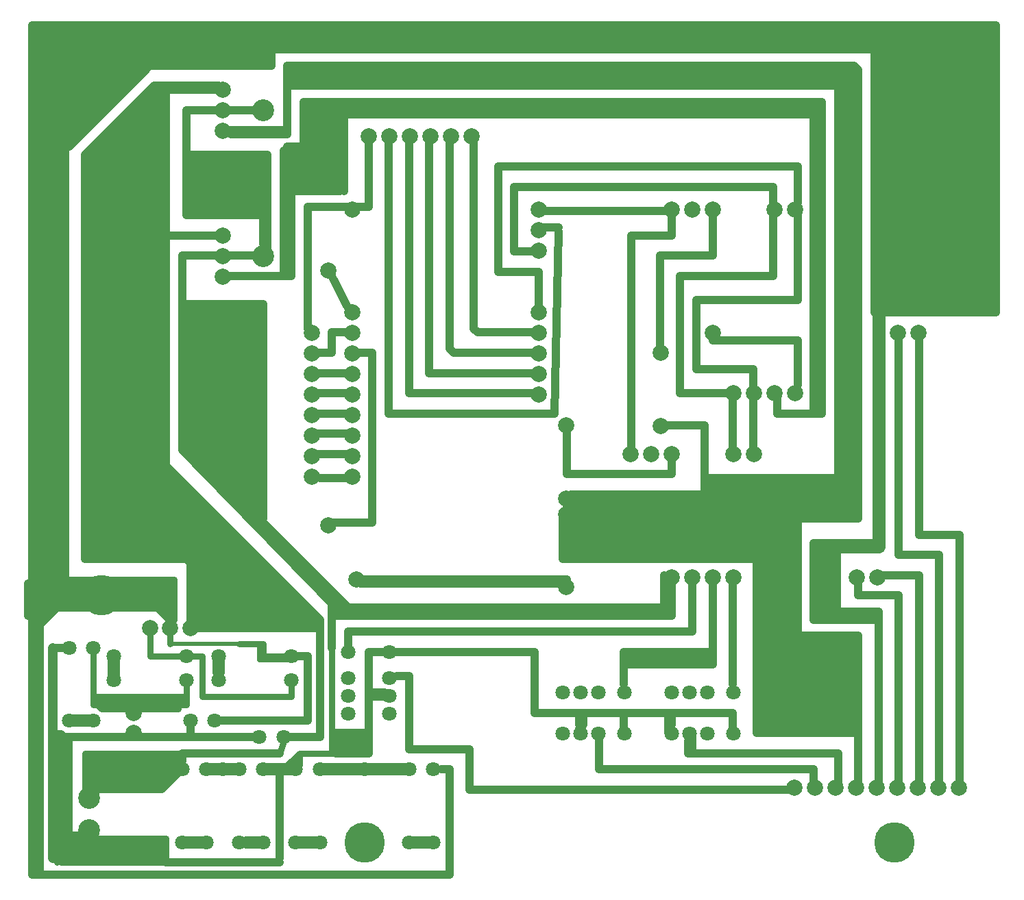
<source format=gbr>
%FSLAX32Y32*%
%MOMM*%
%LNKUPFERSEITE2*%
G71*
G01*
%ADD10C, 1.80*%
%ADD11C, 1.50*%
%ADD12C, 2.70*%
%ADD13C, 1.00*%
%ADD14C, 3.50*%
%ADD15C, 0.80*%
%ADD16C, 1.20*%
%ADD17C, 2.00*%
%ADD18C, 0.50*%
%ADD19C, 5.00*%
%ADD20C, 4.00*%
%ADD21C, 2.00*%
%ADD22C, 3.00*%
%ADD23C, 1.60*%
%LPD*%
X1900Y450D02*
G54D10*
D03*
X2200Y450D02*
G54D10*
D03*
X1900Y1350D02*
G54D10*
D03*
X2200Y1350D02*
G54D10*
D03*
X2600Y1350D02*
G54D10*
D03*
X2400Y1350D02*
G54D10*
D03*
X2600Y450D02*
G54D10*
D03*
X2900Y450D02*
G54D10*
D03*
X2900Y1350D02*
G54D10*
D03*
G54D11*
X2850Y450D02*
X2700Y450D01*
G54D11*
X2150Y450D02*
X1950Y450D01*
G54D11*
X2550Y1350D02*
X2450Y1350D01*
G54D11*
X2350Y1350D02*
X2250Y1350D01*
X3300Y1350D02*
G54D10*
D03*
X3300Y450D02*
G54D10*
D03*
X3600Y450D02*
G54D10*
D03*
X3600Y1350D02*
G54D10*
D03*
G54D11*
X3250Y1350D02*
X2950Y1350D01*
G54D11*
X3550Y450D02*
X3350Y450D01*
X4700Y1350D02*
G54D10*
D03*
X4150Y1350D02*
G54D10*
D03*
X4700Y450D02*
G54D10*
D03*
G54D11*
X4650Y1350D02*
X4200Y1350D01*
G54D11*
X4100Y1350D02*
X3650Y1350D01*
X5000Y450D02*
G54D10*
D03*
X5000Y1350D02*
G54D10*
D03*
G54D11*
X4950Y450D02*
X4750Y450D01*
X750Y600D02*
G54D12*
D03*
X750Y1000D02*
G54D12*
D03*
G54D13*
X3100Y1300D02*
X3100Y250D01*
G54D13*
X3100Y200D02*
X1700Y200D01*
G54D14*
X1550Y350D02*
X550Y350D01*
G54D15*
X1750Y200D02*
X400Y200D01*
G54D15*
X1700Y350D02*
X1700Y250D01*
G54D15*
X650Y550D02*
X400Y550D01*
G54D13*
X450Y300D02*
X450Y1750D01*
G54D15*
X750Y1150D02*
X1600Y1150D01*
X1800Y1350D01*
G54D15*
X850Y1100D02*
X1600Y1100D01*
X1650Y1100D01*
X1850Y1300D01*
G54D15*
X700Y1150D02*
X700Y1350D01*
X1800Y1350D01*
G54D15*
X1700Y1300D02*
X750Y1300D01*
X750Y1200D01*
X1600Y1200D01*
X1650Y1250D01*
X750Y1250D01*
G54D15*
X700Y1200D02*
X700Y1100D01*
G54D15*
X1700Y350D02*
X1700Y500D01*
X1550Y500D01*
X850Y500D01*
G54D13*
X1900Y1450D02*
X1900Y1550D01*
X3100Y1550D01*
G54D15*
X1850Y1450D02*
X1750Y1350D01*
X2850Y1750D02*
G54D10*
D03*
X3150Y1750D02*
G54D10*
D03*
G54D13*
X2800Y1750D02*
X450Y1750D01*
X2000Y1950D02*
G54D10*
D03*
X2300Y1950D02*
G54D10*
D03*
G54D13*
X2000Y1900D02*
X2000Y1750D01*
G54D15*
X500Y550D02*
X500Y1700D01*
G54D15*
X400Y600D02*
X400Y1750D01*
X550Y1750D01*
G54D15*
X400Y600D02*
X400Y200D01*
G54D15*
X1850Y1500D02*
X700Y1500D01*
X700Y1400D01*
X700Y1300D01*
X700Y1450D01*
X1800Y1450D01*
X1750Y1400D01*
X750Y1400D01*
X700Y1450D01*
G54D15*
X1900Y1550D02*
X700Y1550D01*
X700Y1400D01*
X500Y1950D02*
G54D10*
D03*
X800Y1950D02*
G54D10*
D03*
X500Y2850D02*
G54D10*
D03*
X800Y2850D02*
G54D10*
D03*
G54D11*
X750Y1950D02*
X550Y1950D01*
G54D16*
X300Y250D02*
X300Y2850D01*
G54D13*
X300Y2850D02*
X450Y2850D01*
G54D15*
X300Y1800D02*
X400Y1800D01*
X450Y1750D01*
G54D15*
X350Y1800D02*
X350Y200D01*
G54D13*
X5100Y1350D02*
X5200Y1350D01*
X5200Y50D01*
X50Y50D01*
X50Y2950D01*
X1050Y2750D02*
G54D10*
D03*
X1950Y2750D02*
G54D10*
D03*
X1050Y2450D02*
G54D10*
D03*
X1950Y2450D02*
G54D10*
D03*
X2350Y2750D02*
G54D10*
D03*
X2350Y2450D02*
G54D10*
D03*
X3250Y2750D02*
G54D10*
D03*
X3250Y2450D02*
G54D10*
D03*
G54D11*
X2350Y2550D02*
X2350Y2700D01*
G54D11*
X1050Y2500D02*
X1050Y2700D01*
G54D15*
X3250Y2400D02*
X3250Y2250D01*
X2150Y2250D01*
X2150Y2750D01*
X2000Y2750D01*
G54D15*
X1950Y2400D02*
X1950Y2250D01*
X800Y2250D01*
X800Y2800D01*
G54D15*
X1950Y2200D02*
X800Y2200D01*
X800Y2300D01*
G54D15*
X1950Y2300D02*
X1950Y2200D01*
X1300Y1800D02*
G54D17*
D03*
X1300Y2050D02*
G54D17*
D03*
G54D15*
X1950Y2150D02*
X800Y2150D01*
X800Y2250D01*
X1950Y2250D01*
X1950Y2150D01*
G54D15*
X1850Y2100D02*
X900Y2100D01*
X850Y2150D01*
G54D13*
X2350Y1950D02*
X3450Y1950D01*
G54D13*
X3450Y1950D02*
X3450Y2750D01*
X3250Y2750D01*
G54D13*
X3450Y2100D02*
X3450Y1950D01*
X1500Y3100D02*
G54D17*
D03*
X1750Y3100D02*
G54D17*
D03*
X2000Y3100D02*
G54D17*
D03*
G54D18*
X3300Y2700D02*
X2850Y2700D01*
X2850Y2850D01*
X2850Y2900D01*
X1750Y2900D01*
X1750Y2950D01*
G54D15*
X3250Y2750D02*
X2900Y2750D01*
X2900Y2900D01*
X2600Y2900D01*
G54D15*
X1750Y2900D02*
X1750Y3000D01*
G54D15*
X1900Y2750D02*
X1500Y2750D01*
X1500Y3050D01*
G54D13*
X1750Y3150D02*
X1750Y3200D01*
X1600Y3350D01*
X50Y3350D01*
X50Y2900D01*
X50Y2950D01*
X50Y3300D01*
G54D15*
X1800Y3200D02*
X1800Y3700D01*
X50Y3700D01*
X50Y3400D01*
X1750Y3400D01*
X1750Y3350D01*
X1800Y3300D01*
X1800Y3400D01*
X1700Y3500D01*
X1700Y3600D01*
X1750Y3650D01*
X1750Y3500D01*
X1750Y3550D01*
X1650Y3650D01*
X100Y3650D01*
X100Y3450D01*
X1700Y3450D01*
X1700Y3550D01*
X1650Y3600D01*
X150Y3600D01*
X50Y3500D01*
X150Y3500D01*
X1650Y3500D01*
X1700Y3550D01*
X150Y3550D01*
G54D15*
X150Y3300D02*
X150Y100D01*
X100Y50D01*
X100Y3200D01*
X100Y3400D01*
X900Y3500D02*
G54D19*
D03*
G54D15*
X3100Y1550D02*
X3150Y1700D01*
G54D13*
X3200Y1750D02*
X3600Y1750D01*
X3600Y3050D01*
G54D15*
X3350Y1400D02*
X3350Y1550D01*
X3750Y1550D01*
X3750Y3150D01*
G54D15*
X3350Y1550D02*
X3200Y1400D01*
X3250Y1400D01*
X3300Y1450D01*
G54D13*
X2050Y3100D02*
X3600Y3100D01*
X4050Y3700D02*
G54D17*
D03*
X4000Y4970D02*
G54D17*
D03*
X4000Y5224D02*
G54D17*
D03*
X4000Y5478D02*
G54D17*
D03*
X4000Y5732D02*
G54D17*
D03*
X4000Y5986D02*
G54D17*
D03*
X4000Y6240D02*
G54D17*
D03*
X4000Y6494D02*
G54D17*
D03*
X4000Y6748D02*
G54D17*
D03*
X4000Y7002D02*
G54D17*
D03*
X4000Y8272D02*
G54D17*
D03*
X6300Y8272D02*
G54D17*
D03*
X6300Y8018D02*
G54D17*
D03*
X6300Y7764D02*
G54D17*
D03*
X6300Y7002D02*
G54D17*
D03*
X6300Y6748D02*
G54D17*
D03*
X6300Y6494D02*
G54D17*
D03*
X6300Y6240D02*
G54D17*
D03*
X6300Y5986D02*
G54D17*
D03*
G54D20*
X11800Y10400D02*
X5975Y10400D01*
X200Y10400D01*
G54D21*
X100Y3650D02*
X100Y10450D01*
X100Y10450D01*
G54D22*
X350Y3750D02*
X350Y10450D01*
G54D21*
X1500Y4100D02*
X1500Y9650D01*
G54D21*
X1300Y4050D02*
X1300Y9450D01*
G54D21*
X1100Y4050D02*
X1100Y9250D01*
G54D21*
X900Y4100D02*
X950Y9100D01*
G54D21*
X750Y4100D02*
X750Y8900D01*
G54D15*
X200Y3650D02*
X200Y10550D01*
X4200Y9172D02*
G54D17*
D03*
X4454Y9172D02*
G54D17*
D03*
X4708Y9172D02*
G54D17*
D03*
X4962Y9172D02*
G54D17*
D03*
X5216Y9172D02*
G54D17*
D03*
X5470Y9172D02*
G54D17*
D03*
G54D13*
X4200Y9100D02*
X4200Y8300D01*
X4200Y8300D01*
X4050Y8300D01*
X3500Y6748D02*
G54D17*
D03*
X3500Y6494D02*
G54D17*
D03*
X3500Y6240D02*
G54D17*
D03*
X3500Y5986D02*
G54D17*
D03*
X3500Y5732D02*
G54D17*
D03*
X3500Y5478D02*
G54D17*
D03*
X3500Y5224D02*
G54D17*
D03*
X3500Y4970D02*
G54D17*
D03*
G54D13*
X3950Y6750D02*
X3750Y6750D01*
X3750Y6500D01*
X3750Y6500D01*
X3600Y6500D01*
X3550Y6500D01*
G54D13*
X4000Y8300D02*
X3450Y8300D01*
X3450Y6800D01*
G54D13*
X3950Y6250D02*
X3500Y6250D01*
G54D13*
X3950Y6000D02*
X3550Y6000D01*
G54D13*
X3950Y5750D02*
X3650Y5750D01*
X3550Y5750D01*
G54D13*
X3950Y5500D02*
X3550Y5500D01*
G54D13*
X3950Y5250D02*
X3550Y5250D01*
G54D13*
X3950Y4950D02*
X3600Y4950D01*
X3700Y4370D02*
G54D17*
D03*
G54D13*
X4050Y6500D02*
X4250Y6500D01*
X4250Y4400D01*
X3750Y4400D01*
X3700Y7520D02*
G54D17*
D03*
G54D13*
X3950Y7050D02*
X3750Y7450D01*
G54D13*
X4450Y9100D02*
X4450Y5750D01*
X6500Y5750D01*
X6550Y8000D01*
G54D13*
X6550Y8050D02*
X6350Y8050D01*
G54D13*
X6250Y7750D02*
X6050Y7750D01*
X6000Y7750D01*
X6000Y8550D01*
X9150Y8550D01*
G54D13*
X6300Y7100D02*
X6300Y7500D01*
X5800Y7500D01*
X5800Y8800D01*
X6950Y8800D01*
G54D13*
X6250Y6000D02*
X4700Y6000D01*
X4700Y9100D01*
G54D13*
X6250Y6250D02*
X4950Y6250D01*
X4950Y9100D01*
G54D13*
X6250Y6500D02*
X5250Y6500D01*
X5200Y6550D01*
X5200Y9100D01*
G54D13*
X6250Y6750D02*
X5550Y6750D01*
X5500Y6800D01*
X5500Y9100D01*
X2400Y9750D02*
G54D17*
D03*
X2400Y9496D02*
G54D17*
D03*
X2400Y9242D02*
G54D17*
D03*
X2900Y9496D02*
G54D12*
D03*
X2400Y7950D02*
G54D17*
D03*
X2400Y7696D02*
G54D17*
D03*
X2400Y7442D02*
G54D17*
D03*
X2900Y7696D02*
G54D12*
D03*
G54D21*
X1650Y9700D02*
X1650Y4100D01*
G54D13*
X2350Y9750D02*
X1600Y9750D01*
G54D13*
X2350Y7950D02*
X1650Y7950D01*
X1800Y7950D01*
X1350Y7950D01*
G54D13*
X3600Y3200D02*
X1700Y5100D01*
X1700Y4050D01*
X2650Y4050D01*
X2700Y4100D01*
X1800Y4100D01*
X1750Y4150D01*
G54D13*
X2000Y3200D02*
X2000Y4050D01*
X2650Y4050D01*
X2750Y3950D01*
X3550Y3150D01*
X2150Y3150D01*
X2100Y3200D01*
X2100Y4000D01*
X2650Y4000D01*
X2700Y3950D01*
X2700Y3900D01*
X3400Y3200D01*
X2200Y3200D01*
X2150Y3250D01*
X2150Y3950D01*
X2600Y3950D01*
X2650Y3900D01*
X2650Y3800D01*
X3200Y3250D01*
X2250Y3250D01*
X2200Y3300D01*
X2200Y3850D01*
X2250Y3900D01*
X2500Y3900D01*
X2550Y3850D01*
X2650Y3850D01*
X3300Y3200D01*
X3150Y3200D01*
X2950Y3400D01*
X2250Y3400D01*
X2300Y3350D01*
X2950Y3350D01*
X2950Y3400D01*
X2500Y3850D01*
X2300Y3850D01*
X2300Y3450D01*
X2700Y3450D01*
X2750Y3500D01*
X2450Y3800D01*
X2400Y3750D01*
X2400Y3650D01*
X2350Y3600D01*
X2400Y3550D01*
X2650Y3550D01*
X2600Y3550D01*
X2350Y3800D01*
X2350Y3550D01*
X2450Y3650D01*
X2650Y3650D01*
X2800Y3500D01*
X2650Y3500D01*
X2300Y3850D01*
G54D13*
X2550Y4150D02*
X2500Y4150D01*
X1650Y5000D01*
X1650Y4400D01*
X1950Y4100D01*
X1950Y4600D01*
X1800Y4750D01*
X1800Y4800D01*
X1800Y4250D01*
X1800Y4550D01*
X1900Y4650D01*
X1900Y4200D01*
X1700Y4200D01*
X2400Y4200D01*
X2450Y4150D01*
X2350Y4150D01*
X1950Y4550D01*
X1950Y4300D01*
X2050Y4200D01*
X2150Y4300D01*
X2100Y4300D01*
X2000Y4400D01*
G54D13*
X1950Y4000D02*
X700Y4000D01*
X700Y4150D01*
X1300Y4150D01*
X1400Y4050D01*
X900Y4050D01*
X850Y4000D01*
G54D13*
X1650Y9800D02*
X2350Y9800D01*
G54D13*
X2350Y7700D02*
X1900Y7700D01*
X1900Y5300D01*
X3750Y3400D01*
G54D13*
X2550Y4200D02*
X1800Y4950D01*
X1800Y4800D01*
X2300Y4300D01*
X1950Y4300D01*
X1950Y3950D01*
X2450Y3450D01*
X2250Y3250D01*
X2250Y3350D01*
X2100Y3500D01*
X2750Y3500D01*
X2950Y3300D01*
X2750Y3300D01*
X1600Y4450D01*
X1600Y4500D01*
X1550Y4550D01*
G54D13*
X1200Y9450D02*
X1200Y4050D01*
G54D13*
X3750Y3400D02*
X3750Y3550D01*
X1950Y5350D01*
X2050Y5350D01*
X2850Y4550D01*
X2850Y7100D01*
X1950Y7100D01*
X1950Y5450D01*
X2000Y5400D01*
G54D13*
X3750Y3300D02*
X3750Y3500D01*
X3650Y3500D01*
X3600Y3650D01*
X2050Y5250D01*
X2050Y7050D01*
X2800Y7050D01*
X2800Y4700D01*
X2100Y5400D01*
X2100Y7050D01*
X2650Y7050D01*
X2750Y6950D01*
X2750Y4850D01*
X2150Y5450D01*
X2150Y6950D01*
X2200Y7000D01*
X2600Y7000D01*
X2650Y7000D01*
X2700Y6950D01*
X2700Y5000D01*
X2200Y5500D01*
X2250Y5500D01*
X2250Y6900D01*
X2200Y6950D01*
X2600Y6950D01*
X2650Y6900D01*
X2650Y5150D01*
X2300Y5500D01*
X2300Y6900D01*
X2550Y6900D01*
X2550Y5300D01*
X2600Y5250D01*
X2600Y5350D01*
X2350Y5600D01*
X2350Y6850D01*
X2450Y6850D01*
X2450Y5550D01*
X2500Y5500D01*
X2500Y6900D01*
G54D13*
X2500Y5300D02*
X2500Y5400D01*
X2400Y5500D01*
G54D13*
X2850Y4650D02*
X2850Y4450D01*
X2850Y4600D01*
X2800Y4650D01*
X2800Y4550D01*
G54D13*
X150Y10550D02*
X50Y10550D01*
X50Y10400D01*
G54D13*
X700Y8950D02*
X850Y9100D01*
X1550Y9800D01*
X1650Y9800D01*
G54D13*
X1500Y9650D02*
X1300Y9450D01*
G54D13*
X1400Y9500D02*
X1400Y9400D01*
X1250Y9400D01*
X850Y9000D01*
G54D13*
X850Y9000D02*
X850Y8850D01*
G54D13*
X2350Y9500D02*
X1950Y9500D01*
X1950Y8200D01*
X2950Y8200D01*
X2950Y7850D01*
X2900Y7850D01*
X2900Y8150D01*
G54D13*
X2800Y7700D02*
X2450Y7700D01*
G54D13*
X2950Y7800D02*
X2950Y8000D01*
G54D13*
X2950Y8000D02*
X2950Y8950D01*
X2000Y8950D01*
X2000Y8300D01*
X2050Y8250D01*
X2850Y8250D01*
X2900Y8300D01*
X2900Y8900D01*
X2100Y8900D01*
X2100Y8300D01*
X2800Y8300D01*
X2850Y8350D01*
X2850Y8800D01*
X2800Y8850D01*
X2200Y8850D01*
X2100Y8750D01*
X2100Y8450D01*
X2200Y8350D01*
X2750Y8350D01*
X2750Y8800D01*
X2250Y8800D01*
X2200Y8850D01*
X2200Y8400D01*
X2650Y8400D01*
X2700Y8450D01*
X2700Y8750D01*
X2300Y8750D01*
X2300Y8500D01*
X2650Y8500D01*
X2650Y8650D01*
X2600Y8700D01*
X2400Y8700D01*
X2350Y8650D01*
X2350Y8600D01*
X2400Y8550D01*
X2550Y8550D01*
X2600Y8600D01*
X2450Y8600D01*
X2400Y8650D01*
X2400Y8550D01*
X2300Y8450D01*
X2500Y8450D01*
G54D13*
X2800Y9500D02*
X2500Y9500D01*
G54D13*
X2500Y9250D02*
X3050Y9250D01*
X3200Y9250D01*
X3200Y10050D01*
X10200Y10050D01*
G54D13*
X2450Y7450D02*
X3150Y7450D01*
X3150Y8500D01*
X3850Y8500D01*
X3900Y8550D01*
X3900Y9450D01*
X9800Y9450D01*
X9800Y9600D01*
X3900Y9600D01*
X3900Y9500D01*
X9300Y9500D01*
X9450Y9500D01*
X9800Y9500D01*
G54D13*
X3400Y8500D02*
X3400Y9600D01*
G54D13*
X3900Y9600D02*
X3450Y9600D01*
X3450Y8600D01*
X3850Y8600D01*
X3850Y9550D01*
X3500Y9550D01*
X3500Y8650D01*
X3800Y8650D01*
X3800Y9500D01*
X3550Y9500D01*
X3550Y8650D01*
X3700Y8650D01*
X3750Y8700D01*
X3750Y9500D01*
X3650Y9500D01*
X3650Y8700D01*
G54D13*
X3250Y9800D02*
X10250Y9800D01*
G54D13*
X2500Y9200D02*
X3200Y9200D01*
X3200Y9350D01*
X3200Y9450D01*
G54D13*
X1900Y3950D02*
X700Y3950D01*
X700Y4050D01*
G54D13*
X1750Y3950D02*
X2000Y3950D01*
G54D13*
X2200Y4250D02*
X2300Y4250D01*
G54D13*
X2050Y3200D02*
X2050Y4300D01*
X2050Y4150D01*
X2100Y4100D01*
G54D13*
X3700Y3500D02*
X3400Y3800D01*
X3500Y3800D01*
X3750Y3550D01*
G54D13*
X1400Y4150D02*
X1400Y9350D01*
G54D13*
X2350Y8500D02*
X2200Y8500D01*
G54D13*
X3700Y9500D02*
X3700Y8700D01*
G54D13*
X2150Y8800D02*
X2150Y8450D01*
X2150Y8600D01*
X2200Y8650D01*
X2600Y8650D01*
X2600Y8800D01*
X2550Y8850D01*
X2250Y8850D01*
G54D13*
X1450Y9100D02*
X1450Y8950D01*
X1500Y8900D01*
X1500Y7850D01*
X1550Y7800D01*
G54D13*
X2900Y10350D02*
X2900Y10150D01*
X1350Y10150D01*
X1350Y10100D01*
X450Y9200D01*
X450Y10300D01*
X500Y10350D01*
X2800Y10350D01*
X2850Y10300D01*
X2850Y10250D01*
X500Y10250D01*
X2750Y10250D01*
X2800Y10300D01*
X500Y10300D01*
X450Y10250D01*
X450Y9400D01*
X500Y9350D01*
X1400Y10250D01*
X1300Y10250D01*
X1200Y10150D01*
X500Y10150D01*
X500Y10200D01*
X1200Y10200D01*
X1200Y10150D01*
X500Y9450D01*
X500Y10050D01*
X1050Y10050D01*
X1100Y10100D01*
X550Y10100D01*
X550Y9600D01*
X950Y10000D01*
X650Y10000D01*
X650Y9800D01*
X600Y9750D01*
X600Y10000D01*
X750Y10000D01*
X800Y9950D01*
X700Y9950D01*
X700Y9850D01*
X750Y9900D01*
G54D13*
X2900Y10050D02*
X1400Y10050D01*
G54D13*
X1700Y5100D02*
X1700Y4950D01*
X1850Y4800D01*
G54D13*
X2250Y6250D02*
X2250Y5650D01*
X2250Y6050D01*
G54D13*
X3450Y3800D02*
X3200Y4050D01*
G54D13*
X1850Y4900D02*
X1700Y5050D01*
G54D13*
X2350Y5400D02*
X2350Y5500D01*
X2300Y5550D01*
X7950Y8272D02*
G54D17*
D03*
X8458Y8272D02*
G54D17*
D03*
X9220Y8272D02*
G54D17*
D03*
X9474Y8272D02*
G54D17*
D03*
G54D13*
X3400Y9600D02*
X3650Y9600D01*
X8204Y8272D02*
G54D17*
D03*
G54D13*
X7850Y8250D02*
X6400Y8250D01*
X8458Y6748D02*
G54D17*
D03*
X10744Y6748D02*
G54D17*
D03*
X10998Y6748D02*
G54D17*
D03*
G54D13*
X2900Y4450D02*
X2900Y7100D01*
X2750Y7100D01*
X7442Y5250D02*
G54D17*
D03*
X7696Y5250D02*
G54D17*
D03*
X7950Y5250D02*
G54D17*
D03*
X8712Y5250D02*
G54D17*
D03*
X8966Y5250D02*
G54D17*
D03*
X7950Y3726D02*
G54D17*
D03*
X8204Y3726D02*
G54D17*
D03*
X8458Y3726D02*
G54D17*
D03*
X8712Y3726D02*
G54D17*
D03*
X10236Y3726D02*
G54D17*
D03*
X10490Y3726D02*
G54D17*
D03*
G54D13*
X3600Y3050D02*
X3600Y3200D01*
G54D13*
X3750Y3300D02*
X3750Y3200D01*
G54D13*
X3750Y3250D02*
X3750Y2850D01*
G54D13*
X9200Y8550D02*
X9200Y8350D01*
G54D13*
X7000Y8800D02*
X9500Y8800D01*
X9500Y8350D01*
X6642Y5600D02*
G54D17*
D03*
X6642Y4700D02*
G54D17*
D03*
X6642Y4500D02*
G54D17*
D03*
X6642Y3600D02*
G54D17*
D03*
G54D13*
X6650Y4650D02*
X6650Y4550D01*
X8712Y6000D02*
G54D17*
D03*
X8966Y6000D02*
G54D17*
D03*
X9220Y6000D02*
G54D17*
D03*
X9474Y6000D02*
G54D17*
D03*
G54D13*
X7950Y8200D02*
X7950Y7950D01*
X7450Y7950D01*
X7450Y5350D01*
X7808Y6498D02*
G54D17*
D03*
X7808Y5598D02*
G54D17*
D03*
G54D13*
X8450Y8200D02*
X8450Y7700D01*
X7800Y7700D01*
X7800Y6600D01*
G54D13*
X7950Y5200D02*
X7950Y5000D01*
X6650Y5000D01*
X6650Y5550D01*
G54D13*
X7900Y5600D02*
X8350Y5600D01*
X8350Y4600D01*
X6700Y4600D01*
G54D13*
X8700Y5350D02*
X8700Y5950D01*
G54D13*
X8950Y5350D02*
X8950Y5950D01*
G54D13*
X9500Y6100D02*
X9500Y6650D01*
X8450Y6650D01*
G54D13*
X9250Y5950D02*
X9250Y5750D01*
X9700Y5750D01*
X9700Y9400D01*
G54D13*
X9750Y9400D02*
X9750Y5750D01*
G54D13*
X9800Y9400D02*
X9800Y5750D01*
G54D13*
X9800Y9600D02*
X9800Y9300D01*
G54D13*
X9450Y5750D02*
X9800Y5750D01*
G54D13*
X9200Y8200D02*
X9200Y7450D01*
X8050Y7450D01*
X8050Y6000D01*
X8650Y6000D01*
G54D13*
X9500Y8200D02*
X9500Y7150D01*
X8450Y7150D01*
X8600Y7150D01*
G54D13*
X8450Y7150D02*
X8250Y7150D01*
X8250Y6300D01*
X8950Y6300D01*
X8950Y6100D01*
G54D13*
X8400Y4950D02*
X10050Y4950D01*
X10050Y9800D01*
X10150Y9800D01*
X10150Y4850D01*
X8400Y4850D01*
X8400Y4900D01*
X10100Y4900D01*
X10100Y9800D01*
G54D13*
X10200Y9750D02*
X10200Y4800D01*
X8400Y4800D01*
X8400Y4700D01*
X10200Y4700D01*
X10200Y4750D01*
X8400Y4750D01*
X8400Y4600D01*
X10200Y4600D01*
X10200Y4800D01*
X10200Y4650D01*
X8400Y4650D01*
G54D13*
X10000Y9800D02*
X10000Y4950D01*
G54D13*
X10250Y9750D02*
X10250Y4600D01*
X10000Y4600D01*
G54D13*
X10250Y9700D02*
X10250Y10000D01*
G54D13*
X8550Y4600D02*
X8250Y4600D01*
G54D13*
X6750Y4550D02*
X10250Y4550D01*
G54D13*
X6750Y4500D02*
X10250Y4500D01*
G54D13*
X6700Y4450D02*
X10250Y4450D01*
X10250Y4700D01*
X11490Y1126D02*
G54D17*
D03*
X11236Y1126D02*
G54D17*
D03*
X10982Y1126D02*
G54D17*
D03*
X10728Y1126D02*
G54D17*
D03*
X10474Y1126D02*
G54D17*
D03*
X10220Y1126D02*
G54D17*
D03*
X9966Y1126D02*
G54D17*
D03*
X9712Y1126D02*
G54D17*
D03*
X9458Y1126D02*
G54D17*
D03*
G54D13*
X8300Y4650D02*
X6750Y4650D01*
X6750Y4700D01*
X8300Y4700D01*
X8300Y4750D01*
X6700Y4750D01*
G54D13*
X11250Y1200D02*
X11250Y4000D01*
X10750Y4000D01*
X10750Y6700D01*
G54D13*
X11000Y6700D02*
X11000Y4250D01*
X11500Y4250D01*
X11500Y1200D01*
G54D13*
X11000Y1200D02*
X11000Y3750D01*
X10550Y3750D01*
G54D13*
X10250Y3650D02*
X10250Y3500D01*
X10750Y3500D01*
X10750Y1200D01*
G54D13*
X11950Y10550D02*
X11950Y7000D01*
X11900Y7000D01*
X11900Y10250D01*
X11850Y10250D01*
X11850Y7000D01*
X11800Y7000D01*
X11800Y10200D01*
X11750Y10200D01*
X11750Y7000D01*
X11700Y7000D01*
X11700Y10250D01*
X11650Y10250D01*
X11650Y7000D01*
X11600Y7000D01*
X11600Y10200D01*
X11550Y10200D01*
X11550Y7000D01*
X11500Y7000D01*
X11500Y10200D01*
X11450Y10200D01*
X11450Y7000D01*
X11400Y7000D01*
X11400Y10200D01*
X11350Y10200D01*
X11350Y7000D01*
G54D21*
X11300Y10200D02*
X11300Y7050D01*
X11200Y7050D01*
X11200Y10200D01*
X11050Y10200D01*
X11050Y7050D01*
G54D21*
X10900Y7050D02*
X10900Y10150D01*
X10750Y10150D01*
X10750Y7050D01*
X10600Y7050D01*
X10600Y10150D01*
X10500Y10150D01*
X10500Y7050D01*
G54D13*
X11950Y7000D02*
X10450Y7000D01*
X10450Y7400D01*
G54D13*
X10350Y10550D02*
X11950Y10550D01*
G54D23*
X10500Y6950D02*
X10500Y4100D01*
G54D23*
X10500Y4100D02*
X10050Y4100D01*
X9950Y4100D01*
X9950Y3250D01*
X10450Y3250D01*
G54D13*
X10500Y3250D02*
X10500Y1200D01*
G54D13*
X10500Y3300D02*
X10250Y3300D01*
X10050Y3300D01*
X10050Y3300D01*
X10500Y3300D01*
G54D13*
X10500Y3300D02*
X10500Y3200D01*
G54D13*
X9950Y4150D02*
X9850Y4150D01*
X9850Y3200D01*
X9750Y3200D01*
X9750Y4150D01*
X9800Y4150D01*
X9800Y3250D01*
X9700Y3250D01*
X9700Y4150D01*
X10450Y4150D01*
G54D13*
X9700Y3400D02*
X9700Y3200D01*
X10450Y3200D01*
G54D13*
X9500Y4400D02*
X9500Y3000D01*
X10200Y3000D01*
X10250Y3000D01*
X10250Y1200D01*
G54D13*
X10200Y1800D02*
X9000Y1800D01*
X9000Y4400D01*
X9400Y4400D01*
X9450Y4400D01*
X9450Y2950D01*
X10200Y2950D01*
X10200Y1850D01*
X9050Y1850D01*
X9050Y4350D01*
X9400Y4350D01*
X9400Y2900D01*
X10150Y2900D01*
X10150Y1900D01*
X9100Y1900D01*
X9100Y4300D01*
X9300Y4300D01*
X9350Y4300D01*
X9350Y2850D01*
X10050Y2850D01*
X10150Y2850D01*
X10100Y2850D01*
X10100Y1950D01*
X9100Y1950D01*
X9150Y1950D01*
X9150Y4250D01*
X9300Y4250D01*
X9300Y2800D01*
X10050Y2800D01*
X10050Y2000D01*
X9200Y2000D01*
X9200Y4200D01*
X9200Y4200D01*
X9200Y2050D01*
X9250Y2050D01*
X9250Y4400D01*
G54D13*
X9300Y2750D02*
X10000Y2750D01*
X10000Y2050D01*
X9300Y2050D01*
X9300Y2700D01*
X9950Y2700D01*
X9950Y2100D01*
X9350Y2100D01*
X9350Y2700D01*
X9900Y2700D01*
X9900Y2150D01*
X9400Y2150D01*
X9400Y2650D01*
X9850Y2650D01*
X9850Y2200D01*
X9450Y2200D01*
X9450Y2600D01*
X9800Y2600D01*
X9800Y2250D01*
X9500Y2250D01*
X9500Y2550D01*
X9750Y2550D01*
X9750Y2300D01*
X9550Y2300D01*
X9550Y2500D01*
X9700Y2500D01*
X9700Y2350D01*
X9600Y2350D01*
X9600Y2450D01*
G54D13*
X9650Y2650D02*
X9650Y2250D01*
X9700Y2200D01*
X9700Y2400D01*
X9650Y2450D01*
G54D13*
X4150Y3700D02*
X6650Y3700D01*
G54D13*
X6550Y3650D02*
X4100Y3650D01*
G54D13*
X10450Y10000D02*
X10450Y10350D01*
G54D13*
X10200Y10050D02*
X10250Y10000D01*
X3250Y10000D01*
X3250Y9850D01*
X10200Y9850D01*
X10200Y9950D01*
X3300Y9950D01*
X3300Y9900D01*
X10150Y9900D01*
G54D13*
X3000Y10250D02*
X3000Y10050D01*
X2950Y10050D01*
X2950Y10200D01*
G54D13*
X3000Y10050D02*
X1300Y10050D01*
X1250Y10000D01*
G54D13*
X1400Y10050D02*
X450Y9100D01*
X450Y9050D01*
X500Y9050D01*
X1450Y10000D01*
G54D13*
X700Y8950D02*
X700Y8800D01*
G54D13*
X3800Y3400D02*
X3800Y3400D01*
X3800Y3350D01*
X7950Y3350D01*
X7950Y3650D01*
G54D13*
X7850Y3700D02*
X7850Y3400D01*
X7850Y3750D01*
G54D13*
X7950Y3350D02*
X7950Y3300D01*
X3800Y3300D01*
X3800Y3250D01*
X7950Y3250D01*
X7950Y3450D01*
G54D13*
X3900Y3350D02*
X3750Y3500D01*
X3750Y3550D01*
X3950Y3350D01*
G54D13*
X3900Y8500D02*
X3900Y8500D01*
X3900Y8800D01*
X3950Y2800D02*
G54D10*
D03*
X3950Y2480D02*
G54D10*
D03*
X3950Y2260D02*
G54D10*
D03*
X3950Y2040D02*
G54D10*
D03*
X4458Y2800D02*
G54D10*
D03*
X4458Y2480D02*
G54D10*
D03*
X4458Y2260D02*
G54D10*
D03*
X4458Y2040D02*
G54D10*
D03*
G54D13*
X8200Y3650D02*
X8200Y3050D01*
X3950Y3050D01*
X3950Y2850D01*
G54D13*
X4400Y2800D02*
X4250Y2800D01*
X4200Y2800D01*
X4200Y1800D01*
G54D13*
X4200Y1800D02*
X3800Y1800D01*
X3800Y1750D01*
X4200Y1750D01*
X4200Y1700D01*
X3800Y1700D01*
X3800Y1650D01*
X4200Y1650D01*
X4200Y1600D01*
X3800Y1600D01*
X3800Y1550D01*
X4200Y1550D01*
X4200Y1900D01*
G54D13*
X4400Y2250D02*
X4250Y2250D01*
X4250Y2300D01*
X4400Y2300D01*
G54D13*
X9350Y1100D02*
X5450Y1100D01*
X5450Y1600D01*
X4700Y1600D01*
X4700Y2500D01*
X4550Y2500D01*
X8708Y2300D02*
G54D10*
D03*
X8708Y1792D02*
G54D10*
D03*
X8388Y2300D02*
G54D10*
D03*
X8388Y1792D02*
G54D10*
D03*
X8168Y2300D02*
G54D10*
D03*
X8168Y1792D02*
G54D10*
D03*
X7948Y2300D02*
G54D10*
D03*
X7948Y1792D02*
G54D10*
D03*
X7358Y2300D02*
G54D10*
D03*
X7358Y1792D02*
G54D10*
D03*
X7038Y2300D02*
G54D10*
D03*
X7038Y1792D02*
G54D10*
D03*
X6818Y2300D02*
G54D10*
D03*
X6818Y1792D02*
G54D10*
D03*
X6598Y2300D02*
G54D10*
D03*
X6598Y1792D02*
G54D10*
D03*
G54D13*
X8700Y3650D02*
X8700Y2400D01*
G54D13*
X7350Y2400D02*
X7350Y2650D01*
X8450Y2650D01*
X8450Y3650D01*
G54D13*
X8400Y2700D02*
X7350Y2700D01*
X7350Y2750D01*
X8400Y2750D01*
X8400Y2800D01*
X7350Y2800D01*
X7350Y2550D01*
G54D13*
X4550Y2800D02*
X6250Y2800D01*
X6250Y2050D01*
X8700Y2050D01*
X8700Y1850D01*
G54D13*
X7350Y2000D02*
X7350Y1850D01*
G54D13*
X6850Y2000D02*
X6850Y1900D01*
X6800Y1850D01*
G54D13*
X6800Y1900D02*
X6800Y2000D01*
G54D13*
X7950Y1900D02*
X7950Y2000D01*
G54D13*
X7900Y1800D02*
X7900Y2000D01*
G54D13*
X10000Y1200D02*
X10000Y1550D01*
X8200Y1550D01*
X8200Y1750D01*
G54D13*
X9700Y1200D02*
X9700Y1350D01*
X7050Y1350D01*
X7050Y1750D01*
G54D13*
X9250Y1100D02*
X9400Y1100D01*
G54D13*
X8150Y1700D02*
X8150Y1550D01*
X8250Y1550D01*
X10700Y450D02*
G54D19*
D03*
X4150Y450D02*
G54D19*
D03*
X10700Y10150D02*
G54D19*
D03*
X1300Y10150D02*
G54D19*
D03*
G54D13*
X8950Y4400D02*
X6600Y4400D01*
X6600Y4350D01*
X9000Y4350D01*
X9000Y4300D01*
X6600Y4300D01*
X6600Y4250D01*
X8950Y4250D01*
X8950Y4200D01*
X6600Y4200D01*
X6600Y4150D01*
X8950Y4150D01*
X8950Y4100D01*
X6600Y4100D01*
X6600Y4050D01*
X8950Y4050D01*
X8950Y4000D01*
X6600Y4000D01*
X6600Y3950D01*
X8950Y3950D01*
G54D13*
X6600Y3950D02*
X6600Y4500D01*
G54D13*
X1850Y4600D02*
X1850Y4250D01*
X1800Y4200D01*
X2000Y4200D01*
X2250Y4200D01*
X2300Y4150D01*
X2250Y4150D01*
X1950Y4450D01*
X1950Y4350D01*
X2150Y4150D01*
X2350Y4150D01*
X2650Y3850D01*
X2650Y3950D01*
X2250Y4350D01*
X2050Y4150D01*
X1700Y4150D01*
X1650Y4200D01*
X2450Y4200D01*
X3450Y3200D01*
X3250Y3200D01*
X1650Y4800D01*
G54D13*
X450Y9550D02*
X900Y10000D01*
G54D13*
X2400Y8700D02*
X2400Y8650D01*
X2150Y8400D01*
X2150Y8550D01*
X2400Y8800D01*
X2400Y8600D01*
X2200Y8400D01*
X2100Y8300D01*
G54D13*
X2900Y10200D02*
X1650Y10200D01*
X1550Y10100D01*
X1550Y10350D01*
G54D13*
X1750Y3250D02*
X1750Y3300D01*
X1650Y3400D01*
X1700Y3400D01*
X1700Y3600D01*
X1600Y3650D01*
G54D13*
X200Y3200D02*
X200Y3300D01*
X150Y3350D01*
G54D13*
X600Y3350D02*
X750Y3350D01*
X250Y3350D01*
X250Y3250D01*
X150Y3150D01*
X350Y3350D01*
G54D13*
X2400Y6850D02*
X2400Y5550D01*
X2050Y5550D01*
X2000Y5500D01*
X2000Y7050D01*
G54D13*
X2200Y6850D02*
X2200Y5350D01*
X2150Y5300D01*
X2150Y7000D01*
X2200Y7050D01*
G54D13*
X2500Y6900D02*
X2050Y6900D01*
G54D13*
X1800Y1350D02*
X1800Y1300D01*
X1700Y1200D01*
G54D13*
X3200Y8450D02*
X3200Y7450D01*
X3250Y7450D01*
X3250Y8450D01*
X3250Y7450D01*
X3100Y7450D01*
G54D13*
X3350Y8550D02*
X3350Y9050D01*
X3200Y9050D01*
X3200Y8550D01*
X3250Y8550D01*
X3250Y9000D01*
X3300Y9000D01*
X3300Y8550D01*
X3150Y8550D01*
X3150Y9000D01*
G54D13*
X3150Y8450D02*
X3150Y8600D01*
G54D13*
X7400Y8800D02*
X6600Y8800D01*
G54D13*
X1300Y9850D02*
X1600Y10150D01*
G54D13*
X9200Y8550D02*
X9000Y8550D01*
G54D13*
X0Y3250D02*
X0Y3650D01*
M02*

</source>
